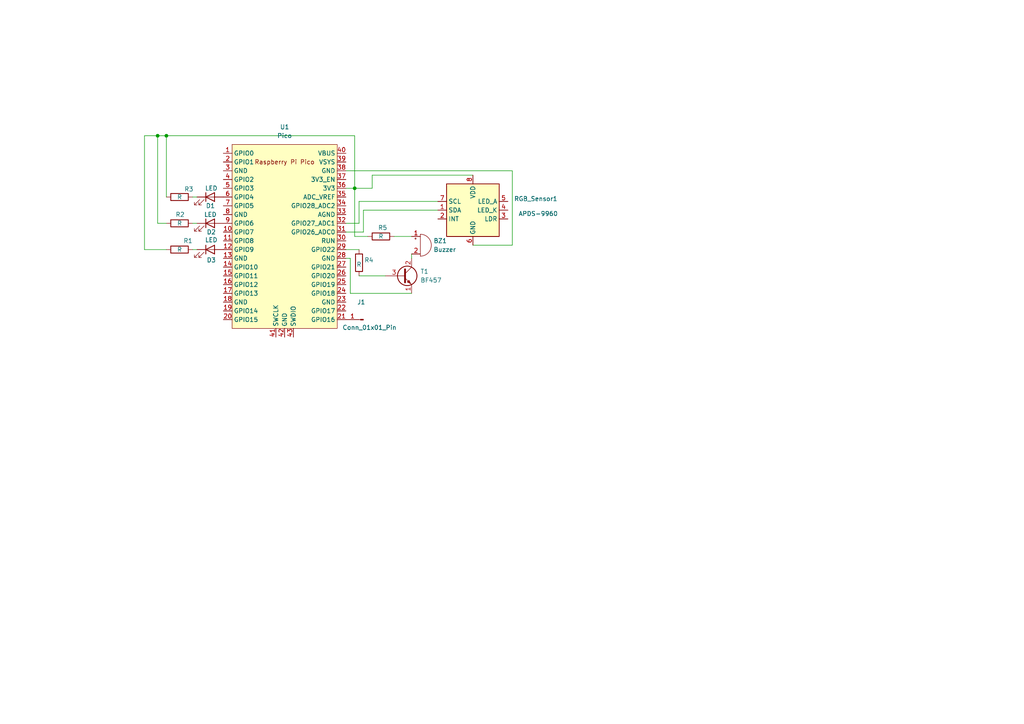
<source format=kicad_sch>
(kicad_sch (version 20231120) (generator "eeschema") (generator_version "8.0")
  (paper "A4")
  (lib_symbols
    (symbol "Connector:Conn_01x01_Pin" (pin_names (offset 1.016) hide)
      (property "Reference" "J" (at 0 2.54 0))
      (property "Value" "Conn_01x01_Pin" (at 0 -2.54 0))
      (symbol "Conn_01x01_Pin_1_1"
        (polyline (pts (xy 1.27 0) (xy 0.8636 0)) (stroke (width 0.1524)))
        (rectangle (start 0.8636 0.127) (end 0 -0.127) (stroke (width 0.1524)) (fill (type outline)))
        (pin passive line (at 5.08 0 180) (length 3.81) (name "Pin_1") (number "1"))
      )
    )
    (symbol "Device:Buzzer" (pin_names (offset 0.0254) hide)
      (property "Reference" "BZ" (at 3.81 1.27 0))
      (property "Value" "Buzzer" (at 3.81 -1.27 0))
      (symbol "Buzzer_0_1"
        (arc (start 0 -3.175) (mid 3.1612 0) (end 0 3.175))
        (polyline (pts (xy -1.651 1.905) (xy -1.143 1.905)))
        (polyline (pts (xy -1.397 2.159) (xy -1.397 1.651)))
        (polyline (pts (xy 0 3.175) (xy 0 -3.175)))
      )
      (symbol "Buzzer_1_1"
        (pin passive line (at -2.54 2.54 0) (length 2.54) (name "+") (number "1"))
        (pin passive line (at -2.54 -2.54 0) (length 2.54) (name "-") (number "2"))
      )
    )
    (symbol "Device:LED" (pin_numbers hide) (pin_names (offset 1.016) hide)
      (property "Reference" "D" (at 0 2.54 0))
      (property "Value" "LED" (at 0 -2.54 0))
      (symbol "LED_0_1"
        (polyline (pts (xy -1.27 -1.27) (xy -1.27 1.27)) (stroke (width 0.254)))
        (polyline (pts (xy -1.27 0) (xy 1.27 0)))
        (polyline (pts (xy 1.27 -1.27) (xy 1.27 1.27) (xy -1.27 0) (xy 1.27 -1.27)) (stroke (width 0.254)))
        (polyline (pts (xy -3.048 -0.762) (xy -4.572 -2.286) (xy -3.81 -2.286) (xy -4.572 -2.286) (xy -4.572 -1.524)))
        (polyline (pts (xy -1.778 -0.762) (xy -3.302 -2.286) (xy -2.54 -2.286) (xy -3.302 -2.286) (xy -3.302 -1.524)))
      )
      (symbol "LED_1_1"
        (pin passive line (at -3.81 0 0) (length 2.54) (name "K") (number "1"))
        (pin passive line (at 3.81 0 180) (length 2.54) (name "A") (number "2"))
      )
    )
    (symbol "Device:R" (pin_numbers hide) (pin_names (offset 0))
      (property "Reference" "R" (at 2.032 0 90))
      (property "Value" "R" (at 0 0 90))
      (symbol "R_0_1"
        (rectangle (start -1.016 -2.54) (end 1.016 2.54) (stroke (width 0.254)))
      )
      (symbol "R_1_1"
        (pin passive line (at 0 3.81 270) (length 1.27) (name "~") (number "1"))
        (pin passive line (at 0 -3.81 90) (length 1.27) (name "~") (number "2"))
      )
    )
    (symbol "MCU_RaspberryPi_and_Boards:Pico"
      (property "Reference" "U" (at -13.97 27.94 0))
      (property "Value" "Pico" (at 0 19.05 0))
      (symbol "Pico_0_0"
        (text "Raspberry Pi Pico" (at 0 21.59 0) (effects (font (size 1.27 1.27))))
      )
      (symbol "Pico_0_1"
        (rectangle (start -15.24 26.67) (end 15.24 -26.67) (fill (type background)))
      )
      (symbol "Pico_1_1"
        (pin bidirectional line (at -17.78 24.13 0) (length 2.54) (name "GPIO0") (number "1"))
        (pin bidirectional line (at -17.78 1.27 0) (length 2.54) (name "GPIO7") (number "10"))
        (pin bidirectional line (at -17.78 -1.27 0) (length 2.54) (name "GPIO8") (number "11"))
        (pin bidirectional line (at -17.78 -3.81 0) (length 2.54) (name "GPIO9") (number "12"))
        (pin power_in line (at -17.78 -6.35 0) (length 2.54) (name "GND") (number "13"))
        (pin bidirectional line (at -17.78 -8.89 0) (length 2.54) (name "GPIO10") (number "14"))
        (pin bidirectional line (at -17.78 -11.43 0) (length 2.54) (name "GPIO11") (number "15"))
        (pin bidirectional line (at -17.78 -13.97 0) (length 2.54) (name "GPIO12") (number "16"))
        (pin bidirectional line (at -17.78 -16.51 0) (length 2.54) (name "GPIO13") (number "17"))
        (pin power_in line (at -17.78 -19.05 0) (length 2.54) (name "GND") (number "18"))
        (pin bidirectional line (at -17.78 -21.59 0) (length 2.54) (name "GPIO14") (number "19"))
        (pin bidirectional line (at -17.78 21.59 0) (length 2.54) (name "GPIO1") (number "2"))
        (pin bidirectional line (at -17.78 -24.13 0) (length 2.54) (name "GPIO15") (number "20"))
        (pin bidirectional line (at 17.78 -24.13 180) (length 2.54) (name "GPIO16") (number "21"))
        (pin bidirectional line (at 17.78 -21.59 180) (length 2.54) (name "GPIO17") (number "22"))
        (pin power_in line (at 17.78 -19.05 180) (length 2.54) (name "GND") (number "23"))
        (pin bidirectional line (at 17.78 -16.51 180) (length 2.54) (name "GPIO18") (number "24"))
        (pin bidirectional line (at 17.78 -13.97 180) (length 2.54) (name "GPIO19") (number "25"))
        (pin bidirectional line (at 17.78 -11.43 180) (length 2.54) (name "GPIO20") (number "26"))
        (pin bidirectional line (at 17.78 -8.89 180) (length 2.54) (name "GPIO21") (number "27"))
        (pin power_in line (at 17.78 -6.35 180) (length 2.54) (name "GND") (number "28"))
        (pin bidirectional line (at 17.78 -3.81 180) (length 2.54) (name "GPIO22") (number "29"))
        (pin power_in line (at -17.78 19.05 0) (length 2.54) (name "GND") (number "3"))
        (pin input line (at 17.78 -1.27 180) (length 2.54) (name "RUN") (number "30"))
        (pin bidirectional line (at 17.78 1.27 180) (length 2.54) (name "GPIO26_ADC0") (number "31"))
        (pin bidirectional line (at 17.78 3.81 180) (length 2.54) (name "GPIO27_ADC1") (number "32"))
        (pin power_in line (at 17.78 6.35 180) (length 2.54) (name "AGND") (number "33"))
        (pin bidirectional line (at 17.78 8.89 180) (length 2.54) (name "GPIO28_ADC2") (number "34"))
        (pin power_in line (at 17.78 11.43 180) (length 2.54) (name "ADC_VREF") (number "35"))
        (pin power_in line (at 17.78 13.97 180) (length 2.54) (name "3V3") (number "36"))
        (pin input line (at 17.78 16.51 180) (length 2.54) (name "3V3_EN") (number "37"))
        (pin bidirectional line (at 17.78 19.05 180) (length 2.54) (name "GND") (number "38"))
        (pin power_in line (at 17.78 21.59 180) (length 2.54) (name "VSYS") (number "39"))
        (pin bidirectional line (at -17.78 16.51 0) (length 2.54) (name "GPIO2") (number "4"))
        (pin power_in line (at 17.78 24.13 180) (length 2.54) (name "VBUS") (number "40"))
        (pin input line (at -2.54 -29.21 90) (length 2.54) (name "SWCLK") (number "41"))
        (pin power_in line (at 0 -29.21 90) (length 2.54) (name "GND") (number "42"))
        (pin bidirectional line (at 2.54 -29.21 90) (length 2.54) (name "SWDIO") (number "43"))
        (pin bidirectional line (at -17.78 13.97 0) (length 2.54) (name "GPIO3") (number "5"))
        (pin bidirectional line (at -17.78 11.43 0) (length 2.54) (name "GPIO4") (number "6"))
        (pin bidirectional line (at -17.78 8.89 0) (length 2.54) (name "GPIO5") (number "7"))
        (pin power_in line (at -17.78 6.35 0) (length 2.54) (name "GND") (number "8"))
        (pin bidirectional line (at -17.78 3.81 0) (length 2.54) (name "GPIO6") (number "9"))
      )
    )
    (symbol "Sensor:APDS-9960"
      (property "Reference" "U" (at -5.08 8.89 0))
      (property "Value" "APDS-9960" (at 6.35 8.89 0))
      (symbol "APDS-9960_0_1"
        (rectangle (start -7.62 7.62) (end 7.62 -7.62) (stroke (width 0.254)) (fill (type background)))
      )
      (symbol "APDS-9960_1_1"
        (pin bidirectional line (at -10.16 0 0) (length 2.54) (name "SDA") (number "1"))
        (pin open_collector line (at -10.16 -2.54 0) (length 2.54) (name "INT") (number "2"))
        (pin passive line (at 10.16 -2.54 180) (length 2.54) (name "LDR") (number "3"))
        (pin passive line (at 10.16 0 180) (length 2.54) (name "LED_K") (number "4"))
        (pin passive line (at 10.16 2.54 180) (length 2.54) (name "LED_A") (number "5"))
        (pin power_in line (at 0 -10.16 90) (length 2.54) (name "GND") (number "6"))
        (pin input line (at -10.16 2.54 0) (length 2.54) (name "SCL") (number "7"))
        (pin power_in line (at 0 10.16 270) (length 2.54) (name "VDD") (number "8"))
      )
    )
    (symbol "Transistor_BJT:BF457" (pin_names (offset 0) hide)
      (property "Reference" "Q" (at 5.08 1.905 0))
      (property "Value" "BF457" (at 5.08 0 0))
      (symbol "BF457_0_1"
        (polyline (pts (xy 0 0) (xy 0.635 0)))
        (polyline (pts (xy 0.635 0.635) (xy 2.54 2.54)))
        (polyline (pts (xy 0.635 -0.635) (xy 2.54 -2.54) (xy 2.54 -2.54)))
        (polyline (pts (xy 0.635 1.905) (xy 0.635 -1.905) (xy 0.635 -1.905)) (stroke (width 0.508)))
        (polyline (pts (xy 1.27 -1.778) (xy 1.778 -1.27) (xy 2.286 -2.286) (xy 1.27 -1.778) (xy 1.27 -1.778)) (fill (type outline)))
        (circle (center 1.27 0) (radius 2.8194) (stroke (width 0.254)))
      )
      (symbol "BF457_1_1"
        (pin passive line (at 2.54 -5.08 90) (length 2.54) (name "E") (number "1"))
        (pin passive line (at 2.54 5.08 270) (length 2.54) (name "C") (number "2"))
        (pin input line (at -5.08 0 0) (length 5.08) (name "B") (number "3"))
      )
    )
  )
  (junction (at 102.87 54.61))
  (junction (at 48.26 39.37))
  (junction (at 45.72 39.37))
  (wire (pts (xy 101.6 85.09) (xy 119.38 85.09)))
  (wire (pts (xy 55.88 57.15) (xy 57.15 57.15)))
  (wire (pts (xy 102.87 54.61) (xy 102.87 68.58)))
  (wire (pts (xy 102.87 54.61) (xy 107.95 54.61)))
  (wire (pts (xy 105.41 60.96) (xy 105.41 67.31)))
  (wire (pts (xy 107.95 50.8) (xy 137.16 50.8)))
  (wire (pts (xy 48.26 64.77) (xy 45.72 64.77)))
  (wire (pts (xy 101.6 74.93) (xy 101.6 85.09)))
  (wire (pts (xy 41.91 72.39) (xy 41.91 39.37)))
  (wire (pts (xy 114.3 68.58) (xy 119.38 68.58)))
  (wire (pts (xy 45.72 64.77) (xy 45.72 39.37)))
  (wire (pts (xy 102.87 68.58) (xy 106.68 68.58)))
  (wire (pts (xy 104.14 64.77) (xy 100.33 64.77)))
  (wire (pts (xy 100.33 72.39) (xy 104.14 72.39)))
  (wire (pts (xy 45.72 39.37) (xy 48.26 39.37)))
  (wire (pts (xy 100.33 74.93) (xy 101.6 74.93)))
  (wire (pts (xy 104.14 58.42) (xy 127 58.42)))
  (wire (pts (xy 104.14 80.01) (xy 111.76 80.01)))
  (wire (pts (xy 48.26 39.37) (xy 102.87 39.37)))
  (wire (pts (xy 119.38 73.66) (xy 119.38 74.93)))
  (wire (pts (xy 137.16 71.12) (xy 148.59 71.12)))
  (wire (pts (xy 148.59 71.12) (xy 148.59 49.53)))
  (wire (pts (xy 48.26 72.39) (xy 41.91 72.39)))
  (wire (pts (xy 105.41 60.96) (xy 127 60.96)))
  (wire (pts (xy 55.88 64.77) (xy 57.15 64.77)))
  (wire (pts (xy 41.91 39.37) (xy 45.72 39.37)))
  (wire (pts (xy 105.41 67.31) (xy 100.33 67.31)))
  (wire (pts (xy 104.14 58.42) (xy 104.14 64.77)))
  (wire (pts (xy 100.33 54.61) (xy 102.87 54.61)))
  (wire (pts (xy 55.88 72.39) (xy 57.15 72.39)))
  (wire (pts (xy 148.59 49.53) (xy 100.33 49.53)))
  (wire (pts (xy 102.87 39.37) (xy 102.87 54.61)))
  (wire (pts (xy 48.26 39.37) (xy 48.26 57.15)))
  (wire (pts (xy 107.95 54.61) (xy 107.95 50.8)))
  (symbol (lib_id "MCU_RaspberryPi_and_Boards:Pico") (at 82.55 68.58 0) (unit 1)
    (property "Reference" "U1" (at 82.55 36.83 0))
    (property "Value" "Pico" (at 82.55 39.37 0))
    (property "Footprint" "MCU_RaspberryPi_and_Boards:RPi_Pico_SMD_TH" (effects (hide yes)))
  )
  (symbol (lib_id "Device:LED") (at 60.96 57.15 0) (unit 1)
    (property "Reference" "D1" (at 59.69 59.69 0) (effects (justify left)))
    (property "Value" "LED" (at 59.436 54.61 0) (effects (justify left)))
    (property "Footprint" "LED_THT:LED_D3.0mm" (effects (hide yes)))
    (property "Description" "Light emitting diode" (effects (hide yes)))
  )
  (symbol (lib_id "Device:R") (at 52.07 72.39 270) (unit 1)
    (property "Reference" "R1" (at 55.88 69.85 90) (effects (justify right)))
    (property "Value" "R" (at 52.832 72.39 90) (effects (justify right)))
    (property "Footprint" "Resistor_THT:R_Axial_DIN0204_L3.6mm_D1.6mm_P7.62mm_Horizontal" (effects (hide yes)))
    (property "Description" "Resistor" (effects (hide yes)))
  )
  (symbol (lib_id "Connector:Conn_01x01_Pin") (at 105.41 92.71 180) (unit 1)
    (property "Reference" "J1" (at 104.775 87.63 0))
    (property "Value" "Conn_01x01_Pin" (at 107.188 94.996 0))
    (property "Footprint" "Connector_PinHeader_1.00mm:PinHeader_1x01_P1.00mm_Vertical" (effects (hide yes)))
    (property "Description" "Generic connector, single row, 01x01, script generated" (effects (hide yes)))
  )
  (symbol (lib_id "Device:R") (at 104.14 76.2 180) (unit 1)
    (property "Reference" "R4" (at 105.664 75.438 0) (effects (justify right)))
    (property "Value" "R" (at 103.378 76.708 0) (effects (justify right)))
    (property "Footprint" "Resistor_THT:R_Axial_DIN0204_L3.6mm_D1.6mm_P7.62mm_Horizontal" (effects (hide yes)))
    (property "Description" "Resistor" (effects (hide yes)))
  )
  (symbol (lib_id "Device:R") (at 52.07 64.77 270) (unit 1)
    (property "Reference" "R2" (at 53.594 62.23 90) (effects (justify right)))
    (property "Value" "R" (at 52.832 64.77 90) (effects (justify right)))
    (property "Footprint" "Resistor_THT:R_Axial_DIN0204_L3.6mm_D1.6mm_P7.62mm_Horizontal" (effects (hide yes)))
    (property "Description" "Resistor" (effects (hide yes)))
  )
  (symbol (lib_id "Device:LED") (at 60.96 64.77 0) (unit 1)
    (property "Reference" "D2" (at 59.944 67.31 0) (effects (justify left)))
    (property "Value" "LED" (at 59.182 62.23 0) (effects (justify left)))
    (property "Footprint" "LED_THT:LED_D3.0mm" (effects (hide yes)))
    (property "Description" "Light emitting diode" (effects (hide yes)))
  )
  (symbol (lib_id "Device:R") (at 52.07 57.15 270) (unit 1)
    (property "Reference" "R3" (at 56.134 54.864 90) (effects (justify right)))
    (property "Value" "R" (at 52.832 57.15 90) (effects (justify right)))
    (property "Footprint" "Resistor_THT:R_Axial_DIN0204_L3.6mm_D1.6mm_P7.62mm_Horizontal" (effects (hide yes)))
    (property "Description" "Resistor" (effects (hide yes)))
  )
  (symbol (lib_id "Sensor:APDS-9960") (at 137.16 60.96 0) (unit 1)
    (property "Reference" "RGB_Sensor1" (at 149.098 57.658 0) (effects (justify left)))
    (property "Value" "APDS-9960" (at 150.368 61.976 0) (effects (justify left)))
    (property "Footprint" "Sensor:Avago_APDS-9960" (effects (hide yes)))
    (property "Datasheet" "https://docs.broadcom.com/doc/AV02-4191EN" (effects (hide yes)))
    (property "Description" "Digital Proximity, Ambient Light, RGB and Gesture Sensor" (effects (hide yes)))
  )
  (symbol (lib_id "Device:R") (at 110.49 68.58 270) (unit 1)
    (property "Reference" "R5" (at 110.998 66.04 90))
    (property "Value" "R" (at 110.49 68.58 90))
    (property "Footprint" "Resistor_THT:R_Axial_DIN0204_L3.6mm_D1.6mm_P7.62mm_Horizontal" (effects (hide yes)))
    (property "Description" "Resistor" (effects (hide yes)))
  )
  (symbol (lib_id "Transistor_BJT:BF457") (at 116.84 80.01 0) (unit 1)
    (property "Reference" "T1" (at 121.92 78.7399 0) (effects (justify left)))
    (property "Value" "BF457" (at 121.92 81.2799 0) (effects (justify left)))
    (property "Footprint" "Package_TO_SOT_THT:TO-92_Inline" (effects (hide yes)))
    (property "Datasheet" "https://www.pcpaudio.com/pcpfiles/transistores/BF457-8-9.pdf" (effects (hide yes)))
    (property "Description" "0.1A Ic, 160V Vce, High Voltage NPN Transistor, TO-126" (effects (hide yes)))
  )
  (symbol (lib_id "Device:LED") (at 60.96 72.39 0) (unit 1)
    (property "Reference" "D3" (at 59.944 75.438 0) (effects (justify left)))
    (property "Value" "LED" (at 59.436 69.596 0) (effects (justify left)))
    (property "Footprint" "LED_THT:LED_D3.0mm" (effects (hide yes)))
    (property "Description" "Light emitting diode" (effects (hide yes)))
  )
  (symbol (lib_id "Device:Buzzer") (at 121.92 71.12 0) (unit 1)
    (property "Reference" "BZ1" (at 125.73 69.8499 0) (effects (justify left)))
    (property "Value" "Buzzer" (at 125.73 72.3899 0) (effects (justify left)))
    (property "Footprint" "Buzzer_Beeper:MagneticBuzzer_ProSignal_ABI-009-RC" (effects (hide yes)))
    (property "Description" "Buzzer, polarized" (effects (hide yes)))
  )
)
</source>
